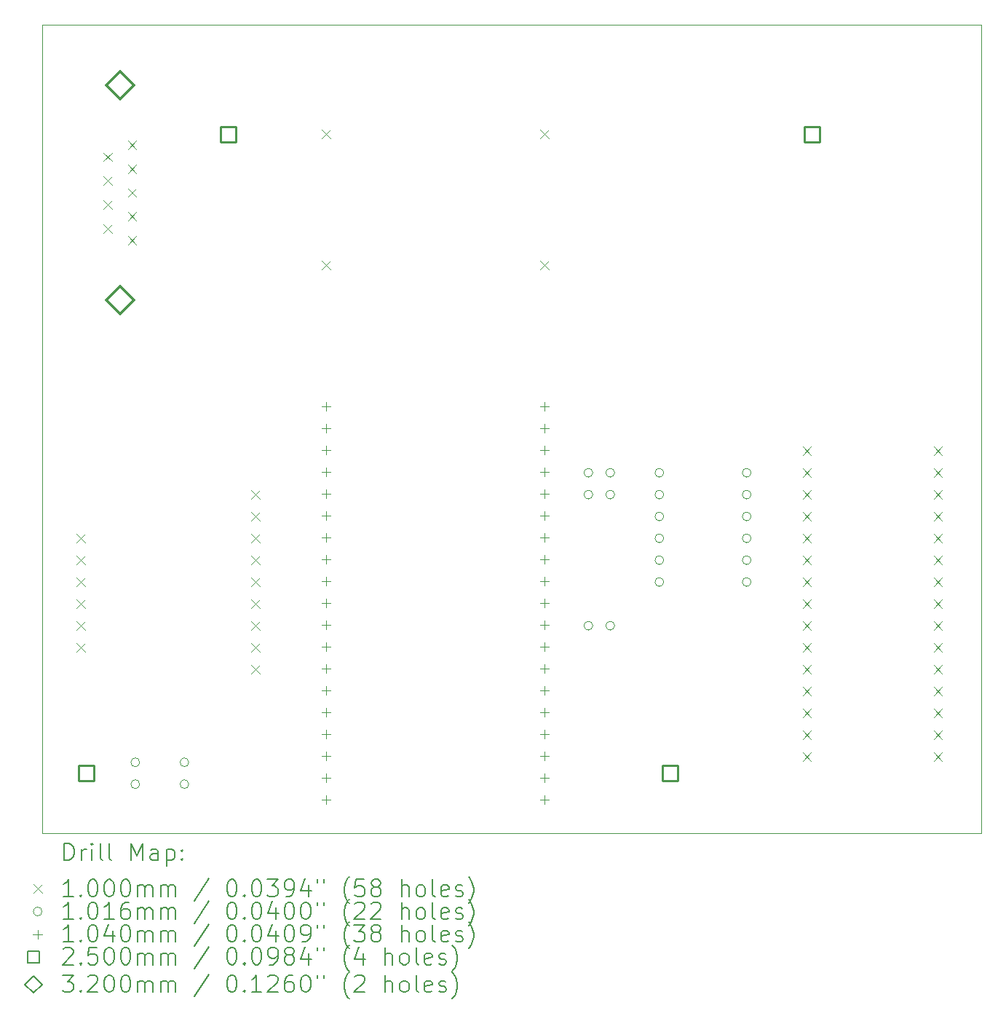
<source format=gbr>
%FSLAX45Y45*%
G04 Gerber Fmt 4.5, Leading zero omitted, Abs format (unit mm)*
G04 Created by KiCad (PCBNEW (6.0.4)) date 2022-04-10 11:44:14*
%MOMM*%
%LPD*%
G01*
G04 APERTURE LIST*
%TA.AperFunction,Profile*%
%ADD10C,0.100000*%
%TD*%
%ADD11C,0.200000*%
%ADD12C,0.100000*%
%ADD13C,0.101600*%
%ADD14C,0.104000*%
%ADD15C,0.250000*%
%ADD16C,0.320000*%
G04 APERTURE END LIST*
D10*
X7175500Y-4508500D02*
X18097500Y-4508500D01*
X18097500Y-4508500D02*
X18097500Y-13906500D01*
X18097500Y-13906500D02*
X7175500Y-13906500D01*
X7175500Y-13906500D02*
X7175500Y-4508500D01*
D11*
D12*
X7570000Y-10426500D02*
X7670000Y-10526500D01*
X7670000Y-10426500D02*
X7570000Y-10526500D01*
X7570000Y-10680500D02*
X7670000Y-10780500D01*
X7670000Y-10680500D02*
X7570000Y-10780500D01*
X7570000Y-10934500D02*
X7670000Y-11034500D01*
X7670000Y-10934500D02*
X7570000Y-11034500D01*
X7570000Y-11188500D02*
X7670000Y-11288500D01*
X7670000Y-11188500D02*
X7570000Y-11288500D01*
X7570000Y-11442500D02*
X7670000Y-11542500D01*
X7670000Y-11442500D02*
X7570000Y-11542500D01*
X7570000Y-11696500D02*
X7670000Y-11796500D01*
X7670000Y-11696500D02*
X7570000Y-11796500D01*
X7885033Y-5994000D02*
X7985033Y-6094000D01*
X7985033Y-5994000D02*
X7885033Y-6094000D01*
X7885033Y-6271000D02*
X7985033Y-6371000D01*
X7985033Y-6271000D02*
X7885033Y-6371000D01*
X7885033Y-6548000D02*
X7985033Y-6648000D01*
X7985033Y-6548000D02*
X7885033Y-6648000D01*
X7885033Y-6825000D02*
X7985033Y-6925000D01*
X7985033Y-6825000D02*
X7885033Y-6925000D01*
X8169033Y-5855500D02*
X8269033Y-5955500D01*
X8269033Y-5855500D02*
X8169033Y-5955500D01*
X8169033Y-6132500D02*
X8269033Y-6232500D01*
X8269033Y-6132500D02*
X8169033Y-6232500D01*
X8169033Y-6409500D02*
X8269033Y-6509500D01*
X8269033Y-6409500D02*
X8169033Y-6509500D01*
X8169033Y-6686500D02*
X8269033Y-6786500D01*
X8269033Y-6686500D02*
X8169033Y-6786500D01*
X8169033Y-6963500D02*
X8269033Y-7063500D01*
X8269033Y-6963500D02*
X8169033Y-7063500D01*
X9602000Y-9918500D02*
X9702000Y-10018500D01*
X9702000Y-9918500D02*
X9602000Y-10018500D01*
X9602000Y-10172500D02*
X9702000Y-10272500D01*
X9702000Y-10172500D02*
X9602000Y-10272500D01*
X9602000Y-10426500D02*
X9702000Y-10526500D01*
X9702000Y-10426500D02*
X9602000Y-10526500D01*
X9602000Y-10680500D02*
X9702000Y-10780500D01*
X9702000Y-10680500D02*
X9602000Y-10780500D01*
X9602000Y-10934500D02*
X9702000Y-11034500D01*
X9702000Y-10934500D02*
X9602000Y-11034500D01*
X9602000Y-11188500D02*
X9702000Y-11288500D01*
X9702000Y-11188500D02*
X9602000Y-11288500D01*
X9602000Y-11442500D02*
X9702000Y-11542500D01*
X9702000Y-11442500D02*
X9602000Y-11542500D01*
X9602000Y-11696500D02*
X9702000Y-11796500D01*
X9702000Y-11696500D02*
X9602000Y-11796500D01*
X9602000Y-11950500D02*
X9702000Y-12050500D01*
X9702000Y-11950500D02*
X9602000Y-12050500D01*
X10427500Y-5728500D02*
X10527500Y-5828500D01*
X10527500Y-5728500D02*
X10427500Y-5828500D01*
X10427500Y-7252500D02*
X10527500Y-7352500D01*
X10527500Y-7252500D02*
X10427500Y-7352500D01*
X12967500Y-5728500D02*
X13067500Y-5828500D01*
X13067500Y-5728500D02*
X12967500Y-5828500D01*
X12967500Y-7252500D02*
X13067500Y-7352500D01*
X13067500Y-7252500D02*
X12967500Y-7352500D01*
X16016500Y-9411500D02*
X16116500Y-9511500D01*
X16116500Y-9411500D02*
X16016500Y-9511500D01*
X16016500Y-9665500D02*
X16116500Y-9765500D01*
X16116500Y-9665500D02*
X16016500Y-9765500D01*
X16016500Y-9919500D02*
X16116500Y-10019500D01*
X16116500Y-9919500D02*
X16016500Y-10019500D01*
X16016500Y-10173500D02*
X16116500Y-10273500D01*
X16116500Y-10173500D02*
X16016500Y-10273500D01*
X16016500Y-10427500D02*
X16116500Y-10527500D01*
X16116500Y-10427500D02*
X16016500Y-10527500D01*
X16016500Y-10681500D02*
X16116500Y-10781500D01*
X16116500Y-10681500D02*
X16016500Y-10781500D01*
X16016500Y-10935500D02*
X16116500Y-11035500D01*
X16116500Y-10935500D02*
X16016500Y-11035500D01*
X16016500Y-11189500D02*
X16116500Y-11289500D01*
X16116500Y-11189500D02*
X16016500Y-11289500D01*
X16016500Y-11443500D02*
X16116500Y-11543500D01*
X16116500Y-11443500D02*
X16016500Y-11543500D01*
X16016500Y-11697500D02*
X16116500Y-11797500D01*
X16116500Y-11697500D02*
X16016500Y-11797500D01*
X16016500Y-11951500D02*
X16116500Y-12051500D01*
X16116500Y-11951500D02*
X16016500Y-12051500D01*
X16016500Y-12205500D02*
X16116500Y-12305500D01*
X16116500Y-12205500D02*
X16016500Y-12305500D01*
X16016500Y-12459500D02*
X16116500Y-12559500D01*
X16116500Y-12459500D02*
X16016500Y-12559500D01*
X16016500Y-12713500D02*
X16116500Y-12813500D01*
X16116500Y-12713500D02*
X16016500Y-12813500D01*
X16016500Y-12967500D02*
X16116500Y-13067500D01*
X16116500Y-12967500D02*
X16016500Y-13067500D01*
X17540500Y-9411500D02*
X17640500Y-9511500D01*
X17640500Y-9411500D02*
X17540500Y-9511500D01*
X17540500Y-9665500D02*
X17640500Y-9765500D01*
X17640500Y-9665500D02*
X17540500Y-9765500D01*
X17540500Y-9919500D02*
X17640500Y-10019500D01*
X17640500Y-9919500D02*
X17540500Y-10019500D01*
X17540500Y-10173500D02*
X17640500Y-10273500D01*
X17640500Y-10173500D02*
X17540500Y-10273500D01*
X17540500Y-10427500D02*
X17640500Y-10527500D01*
X17640500Y-10427500D02*
X17540500Y-10527500D01*
X17540500Y-10681500D02*
X17640500Y-10781500D01*
X17640500Y-10681500D02*
X17540500Y-10781500D01*
X17540500Y-10935500D02*
X17640500Y-11035500D01*
X17640500Y-10935500D02*
X17540500Y-11035500D01*
X17540500Y-11189500D02*
X17640500Y-11289500D01*
X17640500Y-11189500D02*
X17540500Y-11289500D01*
X17540500Y-11443500D02*
X17640500Y-11543500D01*
X17640500Y-11443500D02*
X17540500Y-11543500D01*
X17540500Y-11697500D02*
X17640500Y-11797500D01*
X17640500Y-11697500D02*
X17540500Y-11797500D01*
X17540500Y-11951500D02*
X17640500Y-12051500D01*
X17640500Y-11951500D02*
X17540500Y-12051500D01*
X17540500Y-12205500D02*
X17640500Y-12305500D01*
X17640500Y-12205500D02*
X17540500Y-12305500D01*
X17540500Y-12459500D02*
X17640500Y-12559500D01*
X17640500Y-12459500D02*
X17540500Y-12559500D01*
X17540500Y-12713500D02*
X17640500Y-12813500D01*
X17640500Y-12713500D02*
X17540500Y-12813500D01*
X17540500Y-12967500D02*
X17640500Y-13067500D01*
X17640500Y-12967500D02*
X17540500Y-13067500D01*
D13*
X8305800Y-13081000D02*
G75*
G03*
X8305800Y-13081000I-50800J0D01*
G01*
X8305800Y-13335000D02*
G75*
G03*
X8305800Y-13335000I-50800J0D01*
G01*
X8877300Y-13081000D02*
G75*
G03*
X8877300Y-13081000I-50800J0D01*
G01*
X8877300Y-13335000D02*
G75*
G03*
X8877300Y-13335000I-50800J0D01*
G01*
X13576300Y-9715500D02*
G75*
G03*
X13576300Y-9715500I-50800J0D01*
G01*
X13576300Y-9969500D02*
G75*
G03*
X13576300Y-9969500I-50800J0D01*
G01*
X13576300Y-11493500D02*
G75*
G03*
X13576300Y-11493500I-50800J0D01*
G01*
X13830300Y-9715500D02*
G75*
G03*
X13830300Y-9715500I-50800J0D01*
G01*
X13830300Y-9969500D02*
G75*
G03*
X13830300Y-9969500I-50800J0D01*
G01*
X13830300Y-11493500D02*
G75*
G03*
X13830300Y-11493500I-50800J0D01*
G01*
X14401800Y-9715500D02*
G75*
G03*
X14401800Y-9715500I-50800J0D01*
G01*
X14401800Y-9969500D02*
G75*
G03*
X14401800Y-9969500I-50800J0D01*
G01*
X14401800Y-10223500D02*
G75*
G03*
X14401800Y-10223500I-50800J0D01*
G01*
X14401800Y-10477500D02*
G75*
G03*
X14401800Y-10477500I-50800J0D01*
G01*
X14401800Y-10731500D02*
G75*
G03*
X14401800Y-10731500I-50800J0D01*
G01*
X14401800Y-10985500D02*
G75*
G03*
X14401800Y-10985500I-50800J0D01*
G01*
X15417800Y-9715500D02*
G75*
G03*
X15417800Y-9715500I-50800J0D01*
G01*
X15417800Y-9969500D02*
G75*
G03*
X15417800Y-9969500I-50800J0D01*
G01*
X15417800Y-10223500D02*
G75*
G03*
X15417800Y-10223500I-50800J0D01*
G01*
X15417800Y-10477500D02*
G75*
G03*
X15417800Y-10477500I-50800J0D01*
G01*
X15417800Y-10731500D02*
G75*
G03*
X15417800Y-10731500I-50800J0D01*
G01*
X15417800Y-10985500D02*
G75*
G03*
X15417800Y-10985500I-50800J0D01*
G01*
D14*
X10477500Y-8894000D02*
X10477500Y-8998000D01*
X10425500Y-8946000D02*
X10529500Y-8946000D01*
X10477500Y-9148000D02*
X10477500Y-9252000D01*
X10425500Y-9200000D02*
X10529500Y-9200000D01*
X10477500Y-9402000D02*
X10477500Y-9506000D01*
X10425500Y-9454000D02*
X10529500Y-9454000D01*
X10477500Y-9656000D02*
X10477500Y-9760000D01*
X10425500Y-9708000D02*
X10529500Y-9708000D01*
X10477500Y-9910000D02*
X10477500Y-10014000D01*
X10425500Y-9962000D02*
X10529500Y-9962000D01*
X10477500Y-10164000D02*
X10477500Y-10268000D01*
X10425500Y-10216000D02*
X10529500Y-10216000D01*
X10477500Y-10418000D02*
X10477500Y-10522000D01*
X10425500Y-10470000D02*
X10529500Y-10470000D01*
X10477500Y-10672000D02*
X10477500Y-10776000D01*
X10425500Y-10724000D02*
X10529500Y-10724000D01*
X10477500Y-10926000D02*
X10477500Y-11030000D01*
X10425500Y-10978000D02*
X10529500Y-10978000D01*
X10477500Y-11180000D02*
X10477500Y-11284000D01*
X10425500Y-11232000D02*
X10529500Y-11232000D01*
X10477500Y-11434000D02*
X10477500Y-11538000D01*
X10425500Y-11486000D02*
X10529500Y-11486000D01*
X10477500Y-11688000D02*
X10477500Y-11792000D01*
X10425500Y-11740000D02*
X10529500Y-11740000D01*
X10477500Y-11942000D02*
X10477500Y-12046000D01*
X10425500Y-11994000D02*
X10529500Y-11994000D01*
X10477500Y-12196000D02*
X10477500Y-12300000D01*
X10425500Y-12248000D02*
X10529500Y-12248000D01*
X10477500Y-12450000D02*
X10477500Y-12554000D01*
X10425500Y-12502000D02*
X10529500Y-12502000D01*
X10477500Y-12704000D02*
X10477500Y-12808000D01*
X10425500Y-12756000D02*
X10529500Y-12756000D01*
X10477500Y-12958000D02*
X10477500Y-13062000D01*
X10425500Y-13010000D02*
X10529500Y-13010000D01*
X10477500Y-13212000D02*
X10477500Y-13316000D01*
X10425500Y-13264000D02*
X10529500Y-13264000D01*
X10477500Y-13466000D02*
X10477500Y-13570000D01*
X10425500Y-13518000D02*
X10529500Y-13518000D01*
X13017500Y-8894000D02*
X13017500Y-8998000D01*
X12965500Y-8946000D02*
X13069500Y-8946000D01*
X13017500Y-9148000D02*
X13017500Y-9252000D01*
X12965500Y-9200000D02*
X13069500Y-9200000D01*
X13017500Y-9402000D02*
X13017500Y-9506000D01*
X12965500Y-9454000D02*
X13069500Y-9454000D01*
X13017500Y-9656000D02*
X13017500Y-9760000D01*
X12965500Y-9708000D02*
X13069500Y-9708000D01*
X13017500Y-9910000D02*
X13017500Y-10014000D01*
X12965500Y-9962000D02*
X13069500Y-9962000D01*
X13017500Y-10164000D02*
X13017500Y-10268000D01*
X12965500Y-10216000D02*
X13069500Y-10216000D01*
X13017500Y-10418000D02*
X13017500Y-10522000D01*
X12965500Y-10470000D02*
X13069500Y-10470000D01*
X13017500Y-10672000D02*
X13017500Y-10776000D01*
X12965500Y-10724000D02*
X13069500Y-10724000D01*
X13017500Y-10926000D02*
X13017500Y-11030000D01*
X12965500Y-10978000D02*
X13069500Y-10978000D01*
X13017500Y-11180000D02*
X13017500Y-11284000D01*
X12965500Y-11232000D02*
X13069500Y-11232000D01*
X13017500Y-11434000D02*
X13017500Y-11538000D01*
X12965500Y-11486000D02*
X13069500Y-11486000D01*
X13017500Y-11688000D02*
X13017500Y-11792000D01*
X12965500Y-11740000D02*
X13069500Y-11740000D01*
X13017500Y-11942000D02*
X13017500Y-12046000D01*
X12965500Y-11994000D02*
X13069500Y-11994000D01*
X13017500Y-12196000D02*
X13017500Y-12300000D01*
X12965500Y-12248000D02*
X13069500Y-12248000D01*
X13017500Y-12450000D02*
X13017500Y-12554000D01*
X12965500Y-12502000D02*
X13069500Y-12502000D01*
X13017500Y-12704000D02*
X13017500Y-12808000D01*
X12965500Y-12756000D02*
X13069500Y-12756000D01*
X13017500Y-12958000D02*
X13017500Y-13062000D01*
X12965500Y-13010000D02*
X13069500Y-13010000D01*
X13017500Y-13212000D02*
X13017500Y-13316000D01*
X12965500Y-13264000D02*
X13069500Y-13264000D01*
X13017500Y-13466000D02*
X13017500Y-13570000D01*
X12965500Y-13518000D02*
X13069500Y-13518000D01*
D15*
X7771889Y-13296389D02*
X7771889Y-13119611D01*
X7595111Y-13119611D01*
X7595111Y-13296389D01*
X7771889Y-13296389D01*
X9422889Y-5866889D02*
X9422889Y-5690111D01*
X9246111Y-5690111D01*
X9246111Y-5866889D01*
X9422889Y-5866889D01*
X14566389Y-13296389D02*
X14566389Y-13119611D01*
X14389611Y-13119611D01*
X14389611Y-13296389D01*
X14566389Y-13296389D01*
X16217389Y-5866889D02*
X16217389Y-5690111D01*
X16040611Y-5690111D01*
X16040611Y-5866889D01*
X16217389Y-5866889D01*
D16*
X8077033Y-5369500D02*
X8237033Y-5209500D01*
X8077033Y-5049500D01*
X7917033Y-5209500D01*
X8077033Y-5369500D01*
X8077033Y-7869500D02*
X8237033Y-7709500D01*
X8077033Y-7549500D01*
X7917033Y-7709500D01*
X8077033Y-7869500D01*
D11*
X7428119Y-14221976D02*
X7428119Y-14021976D01*
X7475738Y-14021976D01*
X7504309Y-14031500D01*
X7523357Y-14050548D01*
X7532881Y-14069595D01*
X7542405Y-14107690D01*
X7542405Y-14136262D01*
X7532881Y-14174357D01*
X7523357Y-14193405D01*
X7504309Y-14212452D01*
X7475738Y-14221976D01*
X7428119Y-14221976D01*
X7628119Y-14221976D02*
X7628119Y-14088643D01*
X7628119Y-14126738D02*
X7637643Y-14107690D01*
X7647167Y-14098167D01*
X7666214Y-14088643D01*
X7685262Y-14088643D01*
X7751928Y-14221976D02*
X7751928Y-14088643D01*
X7751928Y-14021976D02*
X7742405Y-14031500D01*
X7751928Y-14041024D01*
X7761452Y-14031500D01*
X7751928Y-14021976D01*
X7751928Y-14041024D01*
X7875738Y-14221976D02*
X7856690Y-14212452D01*
X7847167Y-14193405D01*
X7847167Y-14021976D01*
X7980500Y-14221976D02*
X7961452Y-14212452D01*
X7951928Y-14193405D01*
X7951928Y-14021976D01*
X8209071Y-14221976D02*
X8209071Y-14021976D01*
X8275738Y-14164833D01*
X8342405Y-14021976D01*
X8342405Y-14221976D01*
X8523357Y-14221976D02*
X8523357Y-14117214D01*
X8513833Y-14098167D01*
X8494786Y-14088643D01*
X8456690Y-14088643D01*
X8437643Y-14098167D01*
X8523357Y-14212452D02*
X8504310Y-14221976D01*
X8456690Y-14221976D01*
X8437643Y-14212452D01*
X8428119Y-14193405D01*
X8428119Y-14174357D01*
X8437643Y-14155309D01*
X8456690Y-14145786D01*
X8504310Y-14145786D01*
X8523357Y-14136262D01*
X8618595Y-14088643D02*
X8618595Y-14288643D01*
X8618595Y-14098167D02*
X8637643Y-14088643D01*
X8675738Y-14088643D01*
X8694786Y-14098167D01*
X8704310Y-14107690D01*
X8713833Y-14126738D01*
X8713833Y-14183881D01*
X8704310Y-14202928D01*
X8694786Y-14212452D01*
X8675738Y-14221976D01*
X8637643Y-14221976D01*
X8618595Y-14212452D01*
X8799548Y-14202928D02*
X8809071Y-14212452D01*
X8799548Y-14221976D01*
X8790024Y-14212452D01*
X8799548Y-14202928D01*
X8799548Y-14221976D01*
X8799548Y-14098167D02*
X8809071Y-14107690D01*
X8799548Y-14117214D01*
X8790024Y-14107690D01*
X8799548Y-14098167D01*
X8799548Y-14117214D01*
D12*
X7070500Y-14501500D02*
X7170500Y-14601500D01*
X7170500Y-14501500D02*
X7070500Y-14601500D01*
D11*
X7532881Y-14641976D02*
X7418595Y-14641976D01*
X7475738Y-14641976D02*
X7475738Y-14441976D01*
X7456690Y-14470548D01*
X7437643Y-14489595D01*
X7418595Y-14499119D01*
X7618595Y-14622928D02*
X7628119Y-14632452D01*
X7618595Y-14641976D01*
X7609071Y-14632452D01*
X7618595Y-14622928D01*
X7618595Y-14641976D01*
X7751928Y-14441976D02*
X7770976Y-14441976D01*
X7790024Y-14451500D01*
X7799548Y-14461024D01*
X7809071Y-14480071D01*
X7818595Y-14518167D01*
X7818595Y-14565786D01*
X7809071Y-14603881D01*
X7799548Y-14622928D01*
X7790024Y-14632452D01*
X7770976Y-14641976D01*
X7751928Y-14641976D01*
X7732881Y-14632452D01*
X7723357Y-14622928D01*
X7713833Y-14603881D01*
X7704309Y-14565786D01*
X7704309Y-14518167D01*
X7713833Y-14480071D01*
X7723357Y-14461024D01*
X7732881Y-14451500D01*
X7751928Y-14441976D01*
X7942405Y-14441976D02*
X7961452Y-14441976D01*
X7980500Y-14451500D01*
X7990024Y-14461024D01*
X7999548Y-14480071D01*
X8009071Y-14518167D01*
X8009071Y-14565786D01*
X7999548Y-14603881D01*
X7990024Y-14622928D01*
X7980500Y-14632452D01*
X7961452Y-14641976D01*
X7942405Y-14641976D01*
X7923357Y-14632452D01*
X7913833Y-14622928D01*
X7904309Y-14603881D01*
X7894786Y-14565786D01*
X7894786Y-14518167D01*
X7904309Y-14480071D01*
X7913833Y-14461024D01*
X7923357Y-14451500D01*
X7942405Y-14441976D01*
X8132881Y-14441976D02*
X8151928Y-14441976D01*
X8170976Y-14451500D01*
X8180500Y-14461024D01*
X8190024Y-14480071D01*
X8199548Y-14518167D01*
X8199548Y-14565786D01*
X8190024Y-14603881D01*
X8180500Y-14622928D01*
X8170976Y-14632452D01*
X8151928Y-14641976D01*
X8132881Y-14641976D01*
X8113833Y-14632452D01*
X8104309Y-14622928D01*
X8094786Y-14603881D01*
X8085262Y-14565786D01*
X8085262Y-14518167D01*
X8094786Y-14480071D01*
X8104309Y-14461024D01*
X8113833Y-14451500D01*
X8132881Y-14441976D01*
X8285262Y-14641976D02*
X8285262Y-14508643D01*
X8285262Y-14527690D02*
X8294786Y-14518167D01*
X8313833Y-14508643D01*
X8342405Y-14508643D01*
X8361452Y-14518167D01*
X8370976Y-14537214D01*
X8370976Y-14641976D01*
X8370976Y-14537214D02*
X8380500Y-14518167D01*
X8399548Y-14508643D01*
X8428119Y-14508643D01*
X8447167Y-14518167D01*
X8456690Y-14537214D01*
X8456690Y-14641976D01*
X8551929Y-14641976D02*
X8551929Y-14508643D01*
X8551929Y-14527690D02*
X8561452Y-14518167D01*
X8580500Y-14508643D01*
X8609071Y-14508643D01*
X8628119Y-14518167D01*
X8637643Y-14537214D01*
X8637643Y-14641976D01*
X8637643Y-14537214D02*
X8647167Y-14518167D01*
X8666214Y-14508643D01*
X8694786Y-14508643D01*
X8713833Y-14518167D01*
X8723357Y-14537214D01*
X8723357Y-14641976D01*
X9113833Y-14432452D02*
X8942405Y-14689595D01*
X9370976Y-14441976D02*
X9390024Y-14441976D01*
X9409071Y-14451500D01*
X9418595Y-14461024D01*
X9428119Y-14480071D01*
X9437643Y-14518167D01*
X9437643Y-14565786D01*
X9428119Y-14603881D01*
X9418595Y-14622928D01*
X9409071Y-14632452D01*
X9390024Y-14641976D01*
X9370976Y-14641976D01*
X9351929Y-14632452D01*
X9342405Y-14622928D01*
X9332881Y-14603881D01*
X9323357Y-14565786D01*
X9323357Y-14518167D01*
X9332881Y-14480071D01*
X9342405Y-14461024D01*
X9351929Y-14451500D01*
X9370976Y-14441976D01*
X9523357Y-14622928D02*
X9532881Y-14632452D01*
X9523357Y-14641976D01*
X9513833Y-14632452D01*
X9523357Y-14622928D01*
X9523357Y-14641976D01*
X9656690Y-14441976D02*
X9675738Y-14441976D01*
X9694786Y-14451500D01*
X9704310Y-14461024D01*
X9713833Y-14480071D01*
X9723357Y-14518167D01*
X9723357Y-14565786D01*
X9713833Y-14603881D01*
X9704310Y-14622928D01*
X9694786Y-14632452D01*
X9675738Y-14641976D01*
X9656690Y-14641976D01*
X9637643Y-14632452D01*
X9628119Y-14622928D01*
X9618595Y-14603881D01*
X9609071Y-14565786D01*
X9609071Y-14518167D01*
X9618595Y-14480071D01*
X9628119Y-14461024D01*
X9637643Y-14451500D01*
X9656690Y-14441976D01*
X9790024Y-14441976D02*
X9913833Y-14441976D01*
X9847167Y-14518167D01*
X9875738Y-14518167D01*
X9894786Y-14527690D01*
X9904310Y-14537214D01*
X9913833Y-14556262D01*
X9913833Y-14603881D01*
X9904310Y-14622928D01*
X9894786Y-14632452D01*
X9875738Y-14641976D01*
X9818595Y-14641976D01*
X9799548Y-14632452D01*
X9790024Y-14622928D01*
X10009071Y-14641976D02*
X10047167Y-14641976D01*
X10066214Y-14632452D01*
X10075738Y-14622928D01*
X10094786Y-14594357D01*
X10104310Y-14556262D01*
X10104310Y-14480071D01*
X10094786Y-14461024D01*
X10085262Y-14451500D01*
X10066214Y-14441976D01*
X10028119Y-14441976D01*
X10009071Y-14451500D01*
X9999548Y-14461024D01*
X9990024Y-14480071D01*
X9990024Y-14527690D01*
X9999548Y-14546738D01*
X10009071Y-14556262D01*
X10028119Y-14565786D01*
X10066214Y-14565786D01*
X10085262Y-14556262D01*
X10094786Y-14546738D01*
X10104310Y-14527690D01*
X10275738Y-14508643D02*
X10275738Y-14641976D01*
X10228119Y-14432452D02*
X10180500Y-14575309D01*
X10304310Y-14575309D01*
X10370976Y-14441976D02*
X10370976Y-14480071D01*
X10447167Y-14441976D02*
X10447167Y-14480071D01*
X10742405Y-14718167D02*
X10732881Y-14708643D01*
X10713833Y-14680071D01*
X10704310Y-14661024D01*
X10694786Y-14632452D01*
X10685262Y-14584833D01*
X10685262Y-14546738D01*
X10694786Y-14499119D01*
X10704310Y-14470548D01*
X10713833Y-14451500D01*
X10732881Y-14422928D01*
X10742405Y-14413405D01*
X10913833Y-14441976D02*
X10818595Y-14441976D01*
X10809071Y-14537214D01*
X10818595Y-14527690D01*
X10837643Y-14518167D01*
X10885262Y-14518167D01*
X10904310Y-14527690D01*
X10913833Y-14537214D01*
X10923357Y-14556262D01*
X10923357Y-14603881D01*
X10913833Y-14622928D01*
X10904310Y-14632452D01*
X10885262Y-14641976D01*
X10837643Y-14641976D01*
X10818595Y-14632452D01*
X10809071Y-14622928D01*
X11037643Y-14527690D02*
X11018595Y-14518167D01*
X11009071Y-14508643D01*
X10999548Y-14489595D01*
X10999548Y-14480071D01*
X11009071Y-14461024D01*
X11018595Y-14451500D01*
X11037643Y-14441976D01*
X11075738Y-14441976D01*
X11094786Y-14451500D01*
X11104310Y-14461024D01*
X11113833Y-14480071D01*
X11113833Y-14489595D01*
X11104310Y-14508643D01*
X11094786Y-14518167D01*
X11075738Y-14527690D01*
X11037643Y-14527690D01*
X11018595Y-14537214D01*
X11009071Y-14546738D01*
X10999548Y-14565786D01*
X10999548Y-14603881D01*
X11009071Y-14622928D01*
X11018595Y-14632452D01*
X11037643Y-14641976D01*
X11075738Y-14641976D01*
X11094786Y-14632452D01*
X11104310Y-14622928D01*
X11113833Y-14603881D01*
X11113833Y-14565786D01*
X11104310Y-14546738D01*
X11094786Y-14537214D01*
X11075738Y-14527690D01*
X11351928Y-14641976D02*
X11351928Y-14441976D01*
X11437643Y-14641976D02*
X11437643Y-14537214D01*
X11428119Y-14518167D01*
X11409071Y-14508643D01*
X11380500Y-14508643D01*
X11361452Y-14518167D01*
X11351928Y-14527690D01*
X11561452Y-14641976D02*
X11542405Y-14632452D01*
X11532881Y-14622928D01*
X11523357Y-14603881D01*
X11523357Y-14546738D01*
X11532881Y-14527690D01*
X11542405Y-14518167D01*
X11561452Y-14508643D01*
X11590024Y-14508643D01*
X11609071Y-14518167D01*
X11618595Y-14527690D01*
X11628119Y-14546738D01*
X11628119Y-14603881D01*
X11618595Y-14622928D01*
X11609071Y-14632452D01*
X11590024Y-14641976D01*
X11561452Y-14641976D01*
X11742405Y-14641976D02*
X11723357Y-14632452D01*
X11713833Y-14613405D01*
X11713833Y-14441976D01*
X11894786Y-14632452D02*
X11875738Y-14641976D01*
X11837643Y-14641976D01*
X11818595Y-14632452D01*
X11809071Y-14613405D01*
X11809071Y-14537214D01*
X11818595Y-14518167D01*
X11837643Y-14508643D01*
X11875738Y-14508643D01*
X11894786Y-14518167D01*
X11904309Y-14537214D01*
X11904309Y-14556262D01*
X11809071Y-14575309D01*
X11980500Y-14632452D02*
X11999548Y-14641976D01*
X12037643Y-14641976D01*
X12056690Y-14632452D01*
X12066214Y-14613405D01*
X12066214Y-14603881D01*
X12056690Y-14584833D01*
X12037643Y-14575309D01*
X12009071Y-14575309D01*
X11990024Y-14565786D01*
X11980500Y-14546738D01*
X11980500Y-14537214D01*
X11990024Y-14518167D01*
X12009071Y-14508643D01*
X12037643Y-14508643D01*
X12056690Y-14518167D01*
X12132881Y-14718167D02*
X12142405Y-14708643D01*
X12161452Y-14680071D01*
X12170976Y-14661024D01*
X12180500Y-14632452D01*
X12190024Y-14584833D01*
X12190024Y-14546738D01*
X12180500Y-14499119D01*
X12170976Y-14470548D01*
X12161452Y-14451500D01*
X12142405Y-14422928D01*
X12132881Y-14413405D01*
D13*
X7170500Y-14815500D02*
G75*
G03*
X7170500Y-14815500I-50800J0D01*
G01*
D11*
X7532881Y-14905976D02*
X7418595Y-14905976D01*
X7475738Y-14905976D02*
X7475738Y-14705976D01*
X7456690Y-14734548D01*
X7437643Y-14753595D01*
X7418595Y-14763119D01*
X7618595Y-14886928D02*
X7628119Y-14896452D01*
X7618595Y-14905976D01*
X7609071Y-14896452D01*
X7618595Y-14886928D01*
X7618595Y-14905976D01*
X7751928Y-14705976D02*
X7770976Y-14705976D01*
X7790024Y-14715500D01*
X7799548Y-14725024D01*
X7809071Y-14744071D01*
X7818595Y-14782167D01*
X7818595Y-14829786D01*
X7809071Y-14867881D01*
X7799548Y-14886928D01*
X7790024Y-14896452D01*
X7770976Y-14905976D01*
X7751928Y-14905976D01*
X7732881Y-14896452D01*
X7723357Y-14886928D01*
X7713833Y-14867881D01*
X7704309Y-14829786D01*
X7704309Y-14782167D01*
X7713833Y-14744071D01*
X7723357Y-14725024D01*
X7732881Y-14715500D01*
X7751928Y-14705976D01*
X8009071Y-14905976D02*
X7894786Y-14905976D01*
X7951928Y-14905976D02*
X7951928Y-14705976D01*
X7932881Y-14734548D01*
X7913833Y-14753595D01*
X7894786Y-14763119D01*
X8180500Y-14705976D02*
X8142405Y-14705976D01*
X8123357Y-14715500D01*
X8113833Y-14725024D01*
X8094786Y-14753595D01*
X8085262Y-14791690D01*
X8085262Y-14867881D01*
X8094786Y-14886928D01*
X8104309Y-14896452D01*
X8123357Y-14905976D01*
X8161452Y-14905976D01*
X8180500Y-14896452D01*
X8190024Y-14886928D01*
X8199548Y-14867881D01*
X8199548Y-14820262D01*
X8190024Y-14801214D01*
X8180500Y-14791690D01*
X8161452Y-14782167D01*
X8123357Y-14782167D01*
X8104309Y-14791690D01*
X8094786Y-14801214D01*
X8085262Y-14820262D01*
X8285262Y-14905976D02*
X8285262Y-14772643D01*
X8285262Y-14791690D02*
X8294786Y-14782167D01*
X8313833Y-14772643D01*
X8342405Y-14772643D01*
X8361452Y-14782167D01*
X8370976Y-14801214D01*
X8370976Y-14905976D01*
X8370976Y-14801214D02*
X8380500Y-14782167D01*
X8399548Y-14772643D01*
X8428119Y-14772643D01*
X8447167Y-14782167D01*
X8456690Y-14801214D01*
X8456690Y-14905976D01*
X8551929Y-14905976D02*
X8551929Y-14772643D01*
X8551929Y-14791690D02*
X8561452Y-14782167D01*
X8580500Y-14772643D01*
X8609071Y-14772643D01*
X8628119Y-14782167D01*
X8637643Y-14801214D01*
X8637643Y-14905976D01*
X8637643Y-14801214D02*
X8647167Y-14782167D01*
X8666214Y-14772643D01*
X8694786Y-14772643D01*
X8713833Y-14782167D01*
X8723357Y-14801214D01*
X8723357Y-14905976D01*
X9113833Y-14696452D02*
X8942405Y-14953595D01*
X9370976Y-14705976D02*
X9390024Y-14705976D01*
X9409071Y-14715500D01*
X9418595Y-14725024D01*
X9428119Y-14744071D01*
X9437643Y-14782167D01*
X9437643Y-14829786D01*
X9428119Y-14867881D01*
X9418595Y-14886928D01*
X9409071Y-14896452D01*
X9390024Y-14905976D01*
X9370976Y-14905976D01*
X9351929Y-14896452D01*
X9342405Y-14886928D01*
X9332881Y-14867881D01*
X9323357Y-14829786D01*
X9323357Y-14782167D01*
X9332881Y-14744071D01*
X9342405Y-14725024D01*
X9351929Y-14715500D01*
X9370976Y-14705976D01*
X9523357Y-14886928D02*
X9532881Y-14896452D01*
X9523357Y-14905976D01*
X9513833Y-14896452D01*
X9523357Y-14886928D01*
X9523357Y-14905976D01*
X9656690Y-14705976D02*
X9675738Y-14705976D01*
X9694786Y-14715500D01*
X9704310Y-14725024D01*
X9713833Y-14744071D01*
X9723357Y-14782167D01*
X9723357Y-14829786D01*
X9713833Y-14867881D01*
X9704310Y-14886928D01*
X9694786Y-14896452D01*
X9675738Y-14905976D01*
X9656690Y-14905976D01*
X9637643Y-14896452D01*
X9628119Y-14886928D01*
X9618595Y-14867881D01*
X9609071Y-14829786D01*
X9609071Y-14782167D01*
X9618595Y-14744071D01*
X9628119Y-14725024D01*
X9637643Y-14715500D01*
X9656690Y-14705976D01*
X9894786Y-14772643D02*
X9894786Y-14905976D01*
X9847167Y-14696452D02*
X9799548Y-14839309D01*
X9923357Y-14839309D01*
X10037643Y-14705976D02*
X10056690Y-14705976D01*
X10075738Y-14715500D01*
X10085262Y-14725024D01*
X10094786Y-14744071D01*
X10104310Y-14782167D01*
X10104310Y-14829786D01*
X10094786Y-14867881D01*
X10085262Y-14886928D01*
X10075738Y-14896452D01*
X10056690Y-14905976D01*
X10037643Y-14905976D01*
X10018595Y-14896452D01*
X10009071Y-14886928D01*
X9999548Y-14867881D01*
X9990024Y-14829786D01*
X9990024Y-14782167D01*
X9999548Y-14744071D01*
X10009071Y-14725024D01*
X10018595Y-14715500D01*
X10037643Y-14705976D01*
X10228119Y-14705976D02*
X10247167Y-14705976D01*
X10266214Y-14715500D01*
X10275738Y-14725024D01*
X10285262Y-14744071D01*
X10294786Y-14782167D01*
X10294786Y-14829786D01*
X10285262Y-14867881D01*
X10275738Y-14886928D01*
X10266214Y-14896452D01*
X10247167Y-14905976D01*
X10228119Y-14905976D01*
X10209071Y-14896452D01*
X10199548Y-14886928D01*
X10190024Y-14867881D01*
X10180500Y-14829786D01*
X10180500Y-14782167D01*
X10190024Y-14744071D01*
X10199548Y-14725024D01*
X10209071Y-14715500D01*
X10228119Y-14705976D01*
X10370976Y-14705976D02*
X10370976Y-14744071D01*
X10447167Y-14705976D02*
X10447167Y-14744071D01*
X10742405Y-14982167D02*
X10732881Y-14972643D01*
X10713833Y-14944071D01*
X10704310Y-14925024D01*
X10694786Y-14896452D01*
X10685262Y-14848833D01*
X10685262Y-14810738D01*
X10694786Y-14763119D01*
X10704310Y-14734548D01*
X10713833Y-14715500D01*
X10732881Y-14686928D01*
X10742405Y-14677405D01*
X10809071Y-14725024D02*
X10818595Y-14715500D01*
X10837643Y-14705976D01*
X10885262Y-14705976D01*
X10904310Y-14715500D01*
X10913833Y-14725024D01*
X10923357Y-14744071D01*
X10923357Y-14763119D01*
X10913833Y-14791690D01*
X10799548Y-14905976D01*
X10923357Y-14905976D01*
X10999548Y-14725024D02*
X11009071Y-14715500D01*
X11028119Y-14705976D01*
X11075738Y-14705976D01*
X11094786Y-14715500D01*
X11104310Y-14725024D01*
X11113833Y-14744071D01*
X11113833Y-14763119D01*
X11104310Y-14791690D01*
X10990024Y-14905976D01*
X11113833Y-14905976D01*
X11351928Y-14905976D02*
X11351928Y-14705976D01*
X11437643Y-14905976D02*
X11437643Y-14801214D01*
X11428119Y-14782167D01*
X11409071Y-14772643D01*
X11380500Y-14772643D01*
X11361452Y-14782167D01*
X11351928Y-14791690D01*
X11561452Y-14905976D02*
X11542405Y-14896452D01*
X11532881Y-14886928D01*
X11523357Y-14867881D01*
X11523357Y-14810738D01*
X11532881Y-14791690D01*
X11542405Y-14782167D01*
X11561452Y-14772643D01*
X11590024Y-14772643D01*
X11609071Y-14782167D01*
X11618595Y-14791690D01*
X11628119Y-14810738D01*
X11628119Y-14867881D01*
X11618595Y-14886928D01*
X11609071Y-14896452D01*
X11590024Y-14905976D01*
X11561452Y-14905976D01*
X11742405Y-14905976D02*
X11723357Y-14896452D01*
X11713833Y-14877405D01*
X11713833Y-14705976D01*
X11894786Y-14896452D02*
X11875738Y-14905976D01*
X11837643Y-14905976D01*
X11818595Y-14896452D01*
X11809071Y-14877405D01*
X11809071Y-14801214D01*
X11818595Y-14782167D01*
X11837643Y-14772643D01*
X11875738Y-14772643D01*
X11894786Y-14782167D01*
X11904309Y-14801214D01*
X11904309Y-14820262D01*
X11809071Y-14839309D01*
X11980500Y-14896452D02*
X11999548Y-14905976D01*
X12037643Y-14905976D01*
X12056690Y-14896452D01*
X12066214Y-14877405D01*
X12066214Y-14867881D01*
X12056690Y-14848833D01*
X12037643Y-14839309D01*
X12009071Y-14839309D01*
X11990024Y-14829786D01*
X11980500Y-14810738D01*
X11980500Y-14801214D01*
X11990024Y-14782167D01*
X12009071Y-14772643D01*
X12037643Y-14772643D01*
X12056690Y-14782167D01*
X12132881Y-14982167D02*
X12142405Y-14972643D01*
X12161452Y-14944071D01*
X12170976Y-14925024D01*
X12180500Y-14896452D01*
X12190024Y-14848833D01*
X12190024Y-14810738D01*
X12180500Y-14763119D01*
X12170976Y-14734548D01*
X12161452Y-14715500D01*
X12142405Y-14686928D01*
X12132881Y-14677405D01*
D14*
X7118500Y-15027500D02*
X7118500Y-15131500D01*
X7066500Y-15079500D02*
X7170500Y-15079500D01*
D11*
X7532881Y-15169976D02*
X7418595Y-15169976D01*
X7475738Y-15169976D02*
X7475738Y-14969976D01*
X7456690Y-14998548D01*
X7437643Y-15017595D01*
X7418595Y-15027119D01*
X7618595Y-15150928D02*
X7628119Y-15160452D01*
X7618595Y-15169976D01*
X7609071Y-15160452D01*
X7618595Y-15150928D01*
X7618595Y-15169976D01*
X7751928Y-14969976D02*
X7770976Y-14969976D01*
X7790024Y-14979500D01*
X7799548Y-14989024D01*
X7809071Y-15008071D01*
X7818595Y-15046167D01*
X7818595Y-15093786D01*
X7809071Y-15131881D01*
X7799548Y-15150928D01*
X7790024Y-15160452D01*
X7770976Y-15169976D01*
X7751928Y-15169976D01*
X7732881Y-15160452D01*
X7723357Y-15150928D01*
X7713833Y-15131881D01*
X7704309Y-15093786D01*
X7704309Y-15046167D01*
X7713833Y-15008071D01*
X7723357Y-14989024D01*
X7732881Y-14979500D01*
X7751928Y-14969976D01*
X7990024Y-15036643D02*
X7990024Y-15169976D01*
X7942405Y-14960452D02*
X7894786Y-15103309D01*
X8018595Y-15103309D01*
X8132881Y-14969976D02*
X8151928Y-14969976D01*
X8170976Y-14979500D01*
X8180500Y-14989024D01*
X8190024Y-15008071D01*
X8199548Y-15046167D01*
X8199548Y-15093786D01*
X8190024Y-15131881D01*
X8180500Y-15150928D01*
X8170976Y-15160452D01*
X8151928Y-15169976D01*
X8132881Y-15169976D01*
X8113833Y-15160452D01*
X8104309Y-15150928D01*
X8094786Y-15131881D01*
X8085262Y-15093786D01*
X8085262Y-15046167D01*
X8094786Y-15008071D01*
X8104309Y-14989024D01*
X8113833Y-14979500D01*
X8132881Y-14969976D01*
X8285262Y-15169976D02*
X8285262Y-15036643D01*
X8285262Y-15055690D02*
X8294786Y-15046167D01*
X8313833Y-15036643D01*
X8342405Y-15036643D01*
X8361452Y-15046167D01*
X8370976Y-15065214D01*
X8370976Y-15169976D01*
X8370976Y-15065214D02*
X8380500Y-15046167D01*
X8399548Y-15036643D01*
X8428119Y-15036643D01*
X8447167Y-15046167D01*
X8456690Y-15065214D01*
X8456690Y-15169976D01*
X8551929Y-15169976D02*
X8551929Y-15036643D01*
X8551929Y-15055690D02*
X8561452Y-15046167D01*
X8580500Y-15036643D01*
X8609071Y-15036643D01*
X8628119Y-15046167D01*
X8637643Y-15065214D01*
X8637643Y-15169976D01*
X8637643Y-15065214D02*
X8647167Y-15046167D01*
X8666214Y-15036643D01*
X8694786Y-15036643D01*
X8713833Y-15046167D01*
X8723357Y-15065214D01*
X8723357Y-15169976D01*
X9113833Y-14960452D02*
X8942405Y-15217595D01*
X9370976Y-14969976D02*
X9390024Y-14969976D01*
X9409071Y-14979500D01*
X9418595Y-14989024D01*
X9428119Y-15008071D01*
X9437643Y-15046167D01*
X9437643Y-15093786D01*
X9428119Y-15131881D01*
X9418595Y-15150928D01*
X9409071Y-15160452D01*
X9390024Y-15169976D01*
X9370976Y-15169976D01*
X9351929Y-15160452D01*
X9342405Y-15150928D01*
X9332881Y-15131881D01*
X9323357Y-15093786D01*
X9323357Y-15046167D01*
X9332881Y-15008071D01*
X9342405Y-14989024D01*
X9351929Y-14979500D01*
X9370976Y-14969976D01*
X9523357Y-15150928D02*
X9532881Y-15160452D01*
X9523357Y-15169976D01*
X9513833Y-15160452D01*
X9523357Y-15150928D01*
X9523357Y-15169976D01*
X9656690Y-14969976D02*
X9675738Y-14969976D01*
X9694786Y-14979500D01*
X9704310Y-14989024D01*
X9713833Y-15008071D01*
X9723357Y-15046167D01*
X9723357Y-15093786D01*
X9713833Y-15131881D01*
X9704310Y-15150928D01*
X9694786Y-15160452D01*
X9675738Y-15169976D01*
X9656690Y-15169976D01*
X9637643Y-15160452D01*
X9628119Y-15150928D01*
X9618595Y-15131881D01*
X9609071Y-15093786D01*
X9609071Y-15046167D01*
X9618595Y-15008071D01*
X9628119Y-14989024D01*
X9637643Y-14979500D01*
X9656690Y-14969976D01*
X9894786Y-15036643D02*
X9894786Y-15169976D01*
X9847167Y-14960452D02*
X9799548Y-15103309D01*
X9923357Y-15103309D01*
X10037643Y-14969976D02*
X10056690Y-14969976D01*
X10075738Y-14979500D01*
X10085262Y-14989024D01*
X10094786Y-15008071D01*
X10104310Y-15046167D01*
X10104310Y-15093786D01*
X10094786Y-15131881D01*
X10085262Y-15150928D01*
X10075738Y-15160452D01*
X10056690Y-15169976D01*
X10037643Y-15169976D01*
X10018595Y-15160452D01*
X10009071Y-15150928D01*
X9999548Y-15131881D01*
X9990024Y-15093786D01*
X9990024Y-15046167D01*
X9999548Y-15008071D01*
X10009071Y-14989024D01*
X10018595Y-14979500D01*
X10037643Y-14969976D01*
X10199548Y-15169976D02*
X10237643Y-15169976D01*
X10256690Y-15160452D01*
X10266214Y-15150928D01*
X10285262Y-15122357D01*
X10294786Y-15084262D01*
X10294786Y-15008071D01*
X10285262Y-14989024D01*
X10275738Y-14979500D01*
X10256690Y-14969976D01*
X10218595Y-14969976D01*
X10199548Y-14979500D01*
X10190024Y-14989024D01*
X10180500Y-15008071D01*
X10180500Y-15055690D01*
X10190024Y-15074738D01*
X10199548Y-15084262D01*
X10218595Y-15093786D01*
X10256690Y-15093786D01*
X10275738Y-15084262D01*
X10285262Y-15074738D01*
X10294786Y-15055690D01*
X10370976Y-14969976D02*
X10370976Y-15008071D01*
X10447167Y-14969976D02*
X10447167Y-15008071D01*
X10742405Y-15246167D02*
X10732881Y-15236643D01*
X10713833Y-15208071D01*
X10704310Y-15189024D01*
X10694786Y-15160452D01*
X10685262Y-15112833D01*
X10685262Y-15074738D01*
X10694786Y-15027119D01*
X10704310Y-14998548D01*
X10713833Y-14979500D01*
X10732881Y-14950928D01*
X10742405Y-14941405D01*
X10799548Y-14969976D02*
X10923357Y-14969976D01*
X10856690Y-15046167D01*
X10885262Y-15046167D01*
X10904310Y-15055690D01*
X10913833Y-15065214D01*
X10923357Y-15084262D01*
X10923357Y-15131881D01*
X10913833Y-15150928D01*
X10904310Y-15160452D01*
X10885262Y-15169976D01*
X10828119Y-15169976D01*
X10809071Y-15160452D01*
X10799548Y-15150928D01*
X11037643Y-15055690D02*
X11018595Y-15046167D01*
X11009071Y-15036643D01*
X10999548Y-15017595D01*
X10999548Y-15008071D01*
X11009071Y-14989024D01*
X11018595Y-14979500D01*
X11037643Y-14969976D01*
X11075738Y-14969976D01*
X11094786Y-14979500D01*
X11104310Y-14989024D01*
X11113833Y-15008071D01*
X11113833Y-15017595D01*
X11104310Y-15036643D01*
X11094786Y-15046167D01*
X11075738Y-15055690D01*
X11037643Y-15055690D01*
X11018595Y-15065214D01*
X11009071Y-15074738D01*
X10999548Y-15093786D01*
X10999548Y-15131881D01*
X11009071Y-15150928D01*
X11018595Y-15160452D01*
X11037643Y-15169976D01*
X11075738Y-15169976D01*
X11094786Y-15160452D01*
X11104310Y-15150928D01*
X11113833Y-15131881D01*
X11113833Y-15093786D01*
X11104310Y-15074738D01*
X11094786Y-15065214D01*
X11075738Y-15055690D01*
X11351928Y-15169976D02*
X11351928Y-14969976D01*
X11437643Y-15169976D02*
X11437643Y-15065214D01*
X11428119Y-15046167D01*
X11409071Y-15036643D01*
X11380500Y-15036643D01*
X11361452Y-15046167D01*
X11351928Y-15055690D01*
X11561452Y-15169976D02*
X11542405Y-15160452D01*
X11532881Y-15150928D01*
X11523357Y-15131881D01*
X11523357Y-15074738D01*
X11532881Y-15055690D01*
X11542405Y-15046167D01*
X11561452Y-15036643D01*
X11590024Y-15036643D01*
X11609071Y-15046167D01*
X11618595Y-15055690D01*
X11628119Y-15074738D01*
X11628119Y-15131881D01*
X11618595Y-15150928D01*
X11609071Y-15160452D01*
X11590024Y-15169976D01*
X11561452Y-15169976D01*
X11742405Y-15169976D02*
X11723357Y-15160452D01*
X11713833Y-15141405D01*
X11713833Y-14969976D01*
X11894786Y-15160452D02*
X11875738Y-15169976D01*
X11837643Y-15169976D01*
X11818595Y-15160452D01*
X11809071Y-15141405D01*
X11809071Y-15065214D01*
X11818595Y-15046167D01*
X11837643Y-15036643D01*
X11875738Y-15036643D01*
X11894786Y-15046167D01*
X11904309Y-15065214D01*
X11904309Y-15084262D01*
X11809071Y-15103309D01*
X11980500Y-15160452D02*
X11999548Y-15169976D01*
X12037643Y-15169976D01*
X12056690Y-15160452D01*
X12066214Y-15141405D01*
X12066214Y-15131881D01*
X12056690Y-15112833D01*
X12037643Y-15103309D01*
X12009071Y-15103309D01*
X11990024Y-15093786D01*
X11980500Y-15074738D01*
X11980500Y-15065214D01*
X11990024Y-15046167D01*
X12009071Y-15036643D01*
X12037643Y-15036643D01*
X12056690Y-15046167D01*
X12132881Y-15246167D02*
X12142405Y-15236643D01*
X12161452Y-15208071D01*
X12170976Y-15189024D01*
X12180500Y-15160452D01*
X12190024Y-15112833D01*
X12190024Y-15074738D01*
X12180500Y-15027119D01*
X12170976Y-14998548D01*
X12161452Y-14979500D01*
X12142405Y-14950928D01*
X12132881Y-14941405D01*
X7141211Y-15414211D02*
X7141211Y-15272789D01*
X6999789Y-15272789D01*
X6999789Y-15414211D01*
X7141211Y-15414211D01*
X7418595Y-15253024D02*
X7428119Y-15243500D01*
X7447167Y-15233976D01*
X7494786Y-15233976D01*
X7513833Y-15243500D01*
X7523357Y-15253024D01*
X7532881Y-15272071D01*
X7532881Y-15291119D01*
X7523357Y-15319690D01*
X7409071Y-15433976D01*
X7532881Y-15433976D01*
X7618595Y-15414928D02*
X7628119Y-15424452D01*
X7618595Y-15433976D01*
X7609071Y-15424452D01*
X7618595Y-15414928D01*
X7618595Y-15433976D01*
X7809071Y-15233976D02*
X7713833Y-15233976D01*
X7704309Y-15329214D01*
X7713833Y-15319690D01*
X7732881Y-15310167D01*
X7780500Y-15310167D01*
X7799548Y-15319690D01*
X7809071Y-15329214D01*
X7818595Y-15348262D01*
X7818595Y-15395881D01*
X7809071Y-15414928D01*
X7799548Y-15424452D01*
X7780500Y-15433976D01*
X7732881Y-15433976D01*
X7713833Y-15424452D01*
X7704309Y-15414928D01*
X7942405Y-15233976D02*
X7961452Y-15233976D01*
X7980500Y-15243500D01*
X7990024Y-15253024D01*
X7999548Y-15272071D01*
X8009071Y-15310167D01*
X8009071Y-15357786D01*
X7999548Y-15395881D01*
X7990024Y-15414928D01*
X7980500Y-15424452D01*
X7961452Y-15433976D01*
X7942405Y-15433976D01*
X7923357Y-15424452D01*
X7913833Y-15414928D01*
X7904309Y-15395881D01*
X7894786Y-15357786D01*
X7894786Y-15310167D01*
X7904309Y-15272071D01*
X7913833Y-15253024D01*
X7923357Y-15243500D01*
X7942405Y-15233976D01*
X8132881Y-15233976D02*
X8151928Y-15233976D01*
X8170976Y-15243500D01*
X8180500Y-15253024D01*
X8190024Y-15272071D01*
X8199548Y-15310167D01*
X8199548Y-15357786D01*
X8190024Y-15395881D01*
X8180500Y-15414928D01*
X8170976Y-15424452D01*
X8151928Y-15433976D01*
X8132881Y-15433976D01*
X8113833Y-15424452D01*
X8104309Y-15414928D01*
X8094786Y-15395881D01*
X8085262Y-15357786D01*
X8085262Y-15310167D01*
X8094786Y-15272071D01*
X8104309Y-15253024D01*
X8113833Y-15243500D01*
X8132881Y-15233976D01*
X8285262Y-15433976D02*
X8285262Y-15300643D01*
X8285262Y-15319690D02*
X8294786Y-15310167D01*
X8313833Y-15300643D01*
X8342405Y-15300643D01*
X8361452Y-15310167D01*
X8370976Y-15329214D01*
X8370976Y-15433976D01*
X8370976Y-15329214D02*
X8380500Y-15310167D01*
X8399548Y-15300643D01*
X8428119Y-15300643D01*
X8447167Y-15310167D01*
X8456690Y-15329214D01*
X8456690Y-15433976D01*
X8551929Y-15433976D02*
X8551929Y-15300643D01*
X8551929Y-15319690D02*
X8561452Y-15310167D01*
X8580500Y-15300643D01*
X8609071Y-15300643D01*
X8628119Y-15310167D01*
X8637643Y-15329214D01*
X8637643Y-15433976D01*
X8637643Y-15329214D02*
X8647167Y-15310167D01*
X8666214Y-15300643D01*
X8694786Y-15300643D01*
X8713833Y-15310167D01*
X8723357Y-15329214D01*
X8723357Y-15433976D01*
X9113833Y-15224452D02*
X8942405Y-15481595D01*
X9370976Y-15233976D02*
X9390024Y-15233976D01*
X9409071Y-15243500D01*
X9418595Y-15253024D01*
X9428119Y-15272071D01*
X9437643Y-15310167D01*
X9437643Y-15357786D01*
X9428119Y-15395881D01*
X9418595Y-15414928D01*
X9409071Y-15424452D01*
X9390024Y-15433976D01*
X9370976Y-15433976D01*
X9351929Y-15424452D01*
X9342405Y-15414928D01*
X9332881Y-15395881D01*
X9323357Y-15357786D01*
X9323357Y-15310167D01*
X9332881Y-15272071D01*
X9342405Y-15253024D01*
X9351929Y-15243500D01*
X9370976Y-15233976D01*
X9523357Y-15414928D02*
X9532881Y-15424452D01*
X9523357Y-15433976D01*
X9513833Y-15424452D01*
X9523357Y-15414928D01*
X9523357Y-15433976D01*
X9656690Y-15233976D02*
X9675738Y-15233976D01*
X9694786Y-15243500D01*
X9704310Y-15253024D01*
X9713833Y-15272071D01*
X9723357Y-15310167D01*
X9723357Y-15357786D01*
X9713833Y-15395881D01*
X9704310Y-15414928D01*
X9694786Y-15424452D01*
X9675738Y-15433976D01*
X9656690Y-15433976D01*
X9637643Y-15424452D01*
X9628119Y-15414928D01*
X9618595Y-15395881D01*
X9609071Y-15357786D01*
X9609071Y-15310167D01*
X9618595Y-15272071D01*
X9628119Y-15253024D01*
X9637643Y-15243500D01*
X9656690Y-15233976D01*
X9818595Y-15433976D02*
X9856690Y-15433976D01*
X9875738Y-15424452D01*
X9885262Y-15414928D01*
X9904310Y-15386357D01*
X9913833Y-15348262D01*
X9913833Y-15272071D01*
X9904310Y-15253024D01*
X9894786Y-15243500D01*
X9875738Y-15233976D01*
X9837643Y-15233976D01*
X9818595Y-15243500D01*
X9809071Y-15253024D01*
X9799548Y-15272071D01*
X9799548Y-15319690D01*
X9809071Y-15338738D01*
X9818595Y-15348262D01*
X9837643Y-15357786D01*
X9875738Y-15357786D01*
X9894786Y-15348262D01*
X9904310Y-15338738D01*
X9913833Y-15319690D01*
X10028119Y-15319690D02*
X10009071Y-15310167D01*
X9999548Y-15300643D01*
X9990024Y-15281595D01*
X9990024Y-15272071D01*
X9999548Y-15253024D01*
X10009071Y-15243500D01*
X10028119Y-15233976D01*
X10066214Y-15233976D01*
X10085262Y-15243500D01*
X10094786Y-15253024D01*
X10104310Y-15272071D01*
X10104310Y-15281595D01*
X10094786Y-15300643D01*
X10085262Y-15310167D01*
X10066214Y-15319690D01*
X10028119Y-15319690D01*
X10009071Y-15329214D01*
X9999548Y-15338738D01*
X9990024Y-15357786D01*
X9990024Y-15395881D01*
X9999548Y-15414928D01*
X10009071Y-15424452D01*
X10028119Y-15433976D01*
X10066214Y-15433976D01*
X10085262Y-15424452D01*
X10094786Y-15414928D01*
X10104310Y-15395881D01*
X10104310Y-15357786D01*
X10094786Y-15338738D01*
X10085262Y-15329214D01*
X10066214Y-15319690D01*
X10275738Y-15300643D02*
X10275738Y-15433976D01*
X10228119Y-15224452D02*
X10180500Y-15367309D01*
X10304310Y-15367309D01*
X10370976Y-15233976D02*
X10370976Y-15272071D01*
X10447167Y-15233976D02*
X10447167Y-15272071D01*
X10742405Y-15510167D02*
X10732881Y-15500643D01*
X10713833Y-15472071D01*
X10704310Y-15453024D01*
X10694786Y-15424452D01*
X10685262Y-15376833D01*
X10685262Y-15338738D01*
X10694786Y-15291119D01*
X10704310Y-15262548D01*
X10713833Y-15243500D01*
X10732881Y-15214928D01*
X10742405Y-15205405D01*
X10904310Y-15300643D02*
X10904310Y-15433976D01*
X10856690Y-15224452D02*
X10809071Y-15367309D01*
X10932881Y-15367309D01*
X11161452Y-15433976D02*
X11161452Y-15233976D01*
X11247167Y-15433976D02*
X11247167Y-15329214D01*
X11237643Y-15310167D01*
X11218595Y-15300643D01*
X11190024Y-15300643D01*
X11170976Y-15310167D01*
X11161452Y-15319690D01*
X11370976Y-15433976D02*
X11351928Y-15424452D01*
X11342405Y-15414928D01*
X11332881Y-15395881D01*
X11332881Y-15338738D01*
X11342405Y-15319690D01*
X11351928Y-15310167D01*
X11370976Y-15300643D01*
X11399548Y-15300643D01*
X11418595Y-15310167D01*
X11428119Y-15319690D01*
X11437643Y-15338738D01*
X11437643Y-15395881D01*
X11428119Y-15414928D01*
X11418595Y-15424452D01*
X11399548Y-15433976D01*
X11370976Y-15433976D01*
X11551928Y-15433976D02*
X11532881Y-15424452D01*
X11523357Y-15405405D01*
X11523357Y-15233976D01*
X11704309Y-15424452D02*
X11685262Y-15433976D01*
X11647167Y-15433976D01*
X11628119Y-15424452D01*
X11618595Y-15405405D01*
X11618595Y-15329214D01*
X11628119Y-15310167D01*
X11647167Y-15300643D01*
X11685262Y-15300643D01*
X11704309Y-15310167D01*
X11713833Y-15329214D01*
X11713833Y-15348262D01*
X11618595Y-15367309D01*
X11790024Y-15424452D02*
X11809071Y-15433976D01*
X11847167Y-15433976D01*
X11866214Y-15424452D01*
X11875738Y-15405405D01*
X11875738Y-15395881D01*
X11866214Y-15376833D01*
X11847167Y-15367309D01*
X11818595Y-15367309D01*
X11799548Y-15357786D01*
X11790024Y-15338738D01*
X11790024Y-15329214D01*
X11799548Y-15310167D01*
X11818595Y-15300643D01*
X11847167Y-15300643D01*
X11866214Y-15310167D01*
X11942405Y-15510167D02*
X11951928Y-15500643D01*
X11970976Y-15472071D01*
X11980500Y-15453024D01*
X11990024Y-15424452D01*
X11999548Y-15376833D01*
X11999548Y-15338738D01*
X11990024Y-15291119D01*
X11980500Y-15262548D01*
X11970976Y-15243500D01*
X11951928Y-15214928D01*
X11942405Y-15205405D01*
X7070500Y-15763500D02*
X7170500Y-15663500D01*
X7070500Y-15563500D01*
X6970500Y-15663500D01*
X7070500Y-15763500D01*
X7409071Y-15553976D02*
X7532881Y-15553976D01*
X7466214Y-15630167D01*
X7494786Y-15630167D01*
X7513833Y-15639690D01*
X7523357Y-15649214D01*
X7532881Y-15668262D01*
X7532881Y-15715881D01*
X7523357Y-15734928D01*
X7513833Y-15744452D01*
X7494786Y-15753976D01*
X7437643Y-15753976D01*
X7418595Y-15744452D01*
X7409071Y-15734928D01*
X7618595Y-15734928D02*
X7628119Y-15744452D01*
X7618595Y-15753976D01*
X7609071Y-15744452D01*
X7618595Y-15734928D01*
X7618595Y-15753976D01*
X7704309Y-15573024D02*
X7713833Y-15563500D01*
X7732881Y-15553976D01*
X7780500Y-15553976D01*
X7799548Y-15563500D01*
X7809071Y-15573024D01*
X7818595Y-15592071D01*
X7818595Y-15611119D01*
X7809071Y-15639690D01*
X7694786Y-15753976D01*
X7818595Y-15753976D01*
X7942405Y-15553976D02*
X7961452Y-15553976D01*
X7980500Y-15563500D01*
X7990024Y-15573024D01*
X7999548Y-15592071D01*
X8009071Y-15630167D01*
X8009071Y-15677786D01*
X7999548Y-15715881D01*
X7990024Y-15734928D01*
X7980500Y-15744452D01*
X7961452Y-15753976D01*
X7942405Y-15753976D01*
X7923357Y-15744452D01*
X7913833Y-15734928D01*
X7904309Y-15715881D01*
X7894786Y-15677786D01*
X7894786Y-15630167D01*
X7904309Y-15592071D01*
X7913833Y-15573024D01*
X7923357Y-15563500D01*
X7942405Y-15553976D01*
X8132881Y-15553976D02*
X8151928Y-15553976D01*
X8170976Y-15563500D01*
X8180500Y-15573024D01*
X8190024Y-15592071D01*
X8199548Y-15630167D01*
X8199548Y-15677786D01*
X8190024Y-15715881D01*
X8180500Y-15734928D01*
X8170976Y-15744452D01*
X8151928Y-15753976D01*
X8132881Y-15753976D01*
X8113833Y-15744452D01*
X8104309Y-15734928D01*
X8094786Y-15715881D01*
X8085262Y-15677786D01*
X8085262Y-15630167D01*
X8094786Y-15592071D01*
X8104309Y-15573024D01*
X8113833Y-15563500D01*
X8132881Y-15553976D01*
X8285262Y-15753976D02*
X8285262Y-15620643D01*
X8285262Y-15639690D02*
X8294786Y-15630167D01*
X8313833Y-15620643D01*
X8342405Y-15620643D01*
X8361452Y-15630167D01*
X8370976Y-15649214D01*
X8370976Y-15753976D01*
X8370976Y-15649214D02*
X8380500Y-15630167D01*
X8399548Y-15620643D01*
X8428119Y-15620643D01*
X8447167Y-15630167D01*
X8456690Y-15649214D01*
X8456690Y-15753976D01*
X8551929Y-15753976D02*
X8551929Y-15620643D01*
X8551929Y-15639690D02*
X8561452Y-15630167D01*
X8580500Y-15620643D01*
X8609071Y-15620643D01*
X8628119Y-15630167D01*
X8637643Y-15649214D01*
X8637643Y-15753976D01*
X8637643Y-15649214D02*
X8647167Y-15630167D01*
X8666214Y-15620643D01*
X8694786Y-15620643D01*
X8713833Y-15630167D01*
X8723357Y-15649214D01*
X8723357Y-15753976D01*
X9113833Y-15544452D02*
X8942405Y-15801595D01*
X9370976Y-15553976D02*
X9390024Y-15553976D01*
X9409071Y-15563500D01*
X9418595Y-15573024D01*
X9428119Y-15592071D01*
X9437643Y-15630167D01*
X9437643Y-15677786D01*
X9428119Y-15715881D01*
X9418595Y-15734928D01*
X9409071Y-15744452D01*
X9390024Y-15753976D01*
X9370976Y-15753976D01*
X9351929Y-15744452D01*
X9342405Y-15734928D01*
X9332881Y-15715881D01*
X9323357Y-15677786D01*
X9323357Y-15630167D01*
X9332881Y-15592071D01*
X9342405Y-15573024D01*
X9351929Y-15563500D01*
X9370976Y-15553976D01*
X9523357Y-15734928D02*
X9532881Y-15744452D01*
X9523357Y-15753976D01*
X9513833Y-15744452D01*
X9523357Y-15734928D01*
X9523357Y-15753976D01*
X9723357Y-15753976D02*
X9609071Y-15753976D01*
X9666214Y-15753976D02*
X9666214Y-15553976D01*
X9647167Y-15582548D01*
X9628119Y-15601595D01*
X9609071Y-15611119D01*
X9799548Y-15573024D02*
X9809071Y-15563500D01*
X9828119Y-15553976D01*
X9875738Y-15553976D01*
X9894786Y-15563500D01*
X9904310Y-15573024D01*
X9913833Y-15592071D01*
X9913833Y-15611119D01*
X9904310Y-15639690D01*
X9790024Y-15753976D01*
X9913833Y-15753976D01*
X10085262Y-15553976D02*
X10047167Y-15553976D01*
X10028119Y-15563500D01*
X10018595Y-15573024D01*
X9999548Y-15601595D01*
X9990024Y-15639690D01*
X9990024Y-15715881D01*
X9999548Y-15734928D01*
X10009071Y-15744452D01*
X10028119Y-15753976D01*
X10066214Y-15753976D01*
X10085262Y-15744452D01*
X10094786Y-15734928D01*
X10104310Y-15715881D01*
X10104310Y-15668262D01*
X10094786Y-15649214D01*
X10085262Y-15639690D01*
X10066214Y-15630167D01*
X10028119Y-15630167D01*
X10009071Y-15639690D01*
X9999548Y-15649214D01*
X9990024Y-15668262D01*
X10228119Y-15553976D02*
X10247167Y-15553976D01*
X10266214Y-15563500D01*
X10275738Y-15573024D01*
X10285262Y-15592071D01*
X10294786Y-15630167D01*
X10294786Y-15677786D01*
X10285262Y-15715881D01*
X10275738Y-15734928D01*
X10266214Y-15744452D01*
X10247167Y-15753976D01*
X10228119Y-15753976D01*
X10209071Y-15744452D01*
X10199548Y-15734928D01*
X10190024Y-15715881D01*
X10180500Y-15677786D01*
X10180500Y-15630167D01*
X10190024Y-15592071D01*
X10199548Y-15573024D01*
X10209071Y-15563500D01*
X10228119Y-15553976D01*
X10370976Y-15553976D02*
X10370976Y-15592071D01*
X10447167Y-15553976D02*
X10447167Y-15592071D01*
X10742405Y-15830167D02*
X10732881Y-15820643D01*
X10713833Y-15792071D01*
X10704310Y-15773024D01*
X10694786Y-15744452D01*
X10685262Y-15696833D01*
X10685262Y-15658738D01*
X10694786Y-15611119D01*
X10704310Y-15582548D01*
X10713833Y-15563500D01*
X10732881Y-15534928D01*
X10742405Y-15525405D01*
X10809071Y-15573024D02*
X10818595Y-15563500D01*
X10837643Y-15553976D01*
X10885262Y-15553976D01*
X10904310Y-15563500D01*
X10913833Y-15573024D01*
X10923357Y-15592071D01*
X10923357Y-15611119D01*
X10913833Y-15639690D01*
X10799548Y-15753976D01*
X10923357Y-15753976D01*
X11161452Y-15753976D02*
X11161452Y-15553976D01*
X11247167Y-15753976D02*
X11247167Y-15649214D01*
X11237643Y-15630167D01*
X11218595Y-15620643D01*
X11190024Y-15620643D01*
X11170976Y-15630167D01*
X11161452Y-15639690D01*
X11370976Y-15753976D02*
X11351928Y-15744452D01*
X11342405Y-15734928D01*
X11332881Y-15715881D01*
X11332881Y-15658738D01*
X11342405Y-15639690D01*
X11351928Y-15630167D01*
X11370976Y-15620643D01*
X11399548Y-15620643D01*
X11418595Y-15630167D01*
X11428119Y-15639690D01*
X11437643Y-15658738D01*
X11437643Y-15715881D01*
X11428119Y-15734928D01*
X11418595Y-15744452D01*
X11399548Y-15753976D01*
X11370976Y-15753976D01*
X11551928Y-15753976D02*
X11532881Y-15744452D01*
X11523357Y-15725405D01*
X11523357Y-15553976D01*
X11704309Y-15744452D02*
X11685262Y-15753976D01*
X11647167Y-15753976D01*
X11628119Y-15744452D01*
X11618595Y-15725405D01*
X11618595Y-15649214D01*
X11628119Y-15630167D01*
X11647167Y-15620643D01*
X11685262Y-15620643D01*
X11704309Y-15630167D01*
X11713833Y-15649214D01*
X11713833Y-15668262D01*
X11618595Y-15687309D01*
X11790024Y-15744452D02*
X11809071Y-15753976D01*
X11847167Y-15753976D01*
X11866214Y-15744452D01*
X11875738Y-15725405D01*
X11875738Y-15715881D01*
X11866214Y-15696833D01*
X11847167Y-15687309D01*
X11818595Y-15687309D01*
X11799548Y-15677786D01*
X11790024Y-15658738D01*
X11790024Y-15649214D01*
X11799548Y-15630167D01*
X11818595Y-15620643D01*
X11847167Y-15620643D01*
X11866214Y-15630167D01*
X11942405Y-15830167D02*
X11951928Y-15820643D01*
X11970976Y-15792071D01*
X11980500Y-15773024D01*
X11990024Y-15744452D01*
X11999548Y-15696833D01*
X11999548Y-15658738D01*
X11990024Y-15611119D01*
X11980500Y-15582548D01*
X11970976Y-15563500D01*
X11951928Y-15534928D01*
X11942405Y-15525405D01*
M02*

</source>
